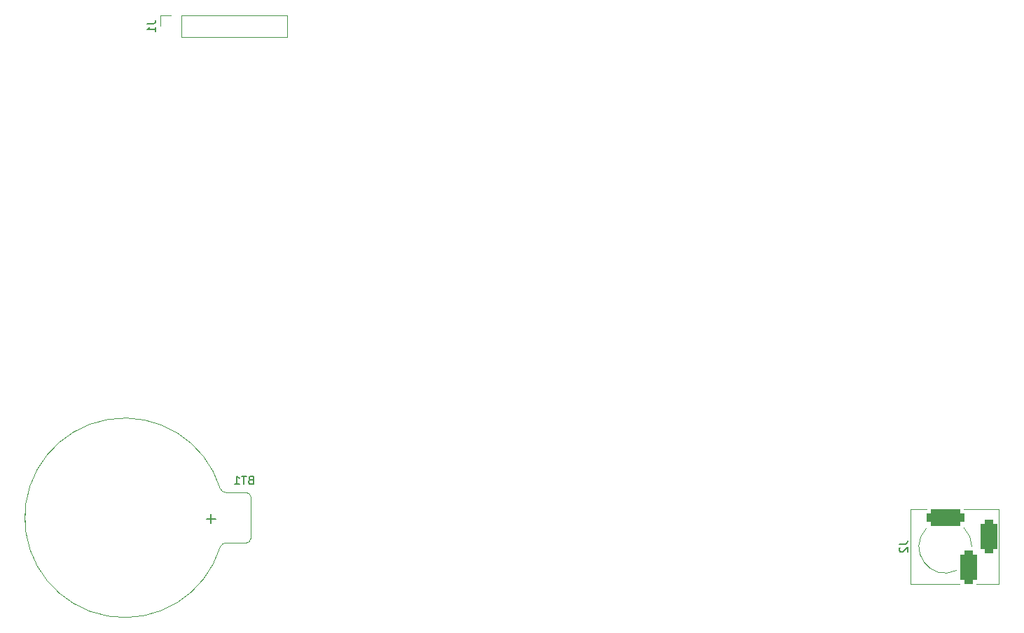
<source format=gbr>
%TF.GenerationSoftware,KiCad,Pcbnew,(6.0.5-0)*%
%TF.CreationDate,2022-07-20T20:00:40-04:00*%
%TF.ProjectId,raaid_clock_final,72616169-645f-4636-9c6f-636b5f66696e,rev?*%
%TF.SameCoordinates,PX4c4b400PY8a48640*%
%TF.FileFunction,Legend,Bot*%
%TF.FilePolarity,Positive*%
%FSLAX46Y46*%
G04 Gerber Fmt 4.6, Leading zero omitted, Abs format (unit mm)*
G04 Created by KiCad (PCBNEW (6.0.5-0)) date 2022-07-20 20:00:40*
%MOMM*%
%LPD*%
G01*
G04 APERTURE LIST*
G04 Aperture macros list*
%AMRoundRect*
0 Rectangle with rounded corners*
0 $1 Rounding radius*
0 $2 $3 $4 $5 $6 $7 $8 $9 X,Y pos of 4 corners*
0 Add a 4 corners polygon primitive as box body*
4,1,4,$2,$3,$4,$5,$6,$7,$8,$9,$2,$3,0*
0 Add four circle primitives for the rounded corners*
1,1,$1+$1,$2,$3*
1,1,$1+$1,$4,$5*
1,1,$1+$1,$6,$7*
1,1,$1+$1,$8,$9*
0 Add four rect primitives between the rounded corners*
20,1,$1+$1,$2,$3,$4,$5,0*
20,1,$1+$1,$4,$5,$6,$7,0*
20,1,$1+$1,$6,$7,$8,$9,0*
20,1,$1+$1,$8,$9,$2,$3,0*%
G04 Aperture macros list end*
%ADD10C,0.150000*%
%ADD11C,0.120000*%
%ADD12C,3.200000*%
%ADD13C,2.000000*%
%ADD14R,2.000000X2.000000*%
%ADD15R,1.700000X1.700000*%
%ADD16O,1.700000X1.700000*%
%ADD17R,1.600000X1.600000*%
%ADD18O,1.600000X1.600000*%
%ADD19R,1.400000X1.400000*%
%ADD20C,1.400000*%
%ADD21R,3.000000X3.000000*%
%ADD22C,3.000000*%
%ADD23RoundRect,0.500000X1.750000X0.500000X-1.750000X0.500000X-1.750000X-0.500000X1.750000X-0.500000X0*%
%ADD24RoundRect,0.500000X-0.500000X1.500000X-0.500000X-1.500000X0.500000X-1.500000X0.500000X1.500000X0*%
G04 APERTURE END LIST*
D10*
%TO.C,BT1*%
X37035714Y22571445D02*
X36892857Y22523826D01*
X36845238Y22476207D01*
X36797619Y22380969D01*
X36797619Y22238112D01*
X36845238Y22142874D01*
X36892857Y22095255D01*
X36988095Y22047636D01*
X37369047Y22047636D01*
X37369047Y23047636D01*
X37035714Y23047636D01*
X36940476Y23000016D01*
X36892857Y22952397D01*
X36845238Y22857159D01*
X36845238Y22761921D01*
X36892857Y22666683D01*
X36940476Y22619064D01*
X37035714Y22571445D01*
X37369047Y22571445D01*
X36511904Y23047636D02*
X35940476Y23047636D01*
X36226190Y22047636D02*
X36226190Y23047636D01*
X35083333Y22047636D02*
X35654761Y22047636D01*
X35369047Y22047636D02*
X35369047Y23047636D01*
X35464285Y22904778D01*
X35559523Y22809540D01*
X35654761Y22761921D01*
X32821428Y17892874D02*
X31678571Y17892874D01*
X32250000Y17321445D02*
X32250000Y18464302D01*
%TO.C,J2*%
X115452380Y14833334D02*
X116166666Y14833334D01*
X116309523Y14880953D01*
X116404761Y14976191D01*
X116452380Y15119048D01*
X116452380Y15214286D01*
X115547619Y14404762D02*
X115500000Y14357143D01*
X115452380Y14261905D01*
X115452380Y14023810D01*
X115500000Y13928572D01*
X115547619Y13880953D01*
X115642857Y13833334D01*
X115738095Y13833334D01*
X115880952Y13880953D01*
X116452380Y14452381D01*
X116452380Y13833334D01*
%TO.C,J1*%
X24542380Y77833334D02*
X25256666Y77833334D01*
X25399523Y77880953D01*
X25494761Y77976191D01*
X25542380Y78119048D01*
X25542380Y78214286D01*
X25542380Y76833334D02*
X25542380Y77404762D01*
X25542380Y77119048D02*
X24542380Y77119048D01*
X24685238Y77214286D01*
X24780476Y77309524D01*
X24828095Y77404762D01*
D11*
%TO.C,BT1*%
X37050000Y20500016D02*
X37050000Y15500016D01*
X36500000Y14950016D02*
X34050000Y14950016D01*
X34050000Y21050016D02*
X36500000Y21050016D01*
X9736557Y18516007D02*
G75*
G03*
X33350000Y14480016I12063443J-515991D01*
G01*
X33350000Y21520016D02*
G75*
G03*
X9736557Y17484025I-11550000J-3520000D01*
G01*
X37050000Y20500016D02*
G75*
G03*
X36500000Y21050016I-549999J1D01*
G01*
X34050000Y14950016D02*
G75*
G03*
X33345231Y14456531I0J-750000D01*
G01*
X36500000Y14950016D02*
G75*
G03*
X37050000Y15500016I1J549999D01*
G01*
X33345231Y21543501D02*
G75*
G03*
X34050000Y21050016I704769J256515D01*
G01*
%TO.C,J2*%
X116800000Y19000000D02*
X116800000Y10000000D01*
X116800000Y19000000D02*
X118750000Y19000000D01*
X127500000Y10000000D02*
X124750000Y10000000D01*
X116800000Y10000000D02*
X122750000Y10000000D01*
X127500000Y19000000D02*
X127500000Y10000000D01*
X127500000Y19000000D02*
X123250000Y19000000D01*
X118700000Y16700000D02*
G75*
G03*
X122383705Y11633755I2300000J-2200000D01*
G01*
X124200000Y14500000D02*
G75*
G03*
X123262742Y16762742I-3199997J2D01*
G01*
%TO.C,J1*%
X27420000Y78830000D02*
X26090000Y78830000D01*
X41450000Y78830000D02*
X41450000Y76170000D01*
X28690000Y78830000D02*
X41450000Y78830000D01*
X26090000Y78830000D02*
X26090000Y77500000D01*
X28690000Y78830000D02*
X28690000Y76170000D01*
X28690000Y76170000D02*
X41450000Y76170000D01*
%TD*%
%LPC*%
D12*
%TO.C,H4*%
X135000000Y5000000D03*
%TD*%
D13*
%TO.C,TP3*%
X12000000Y4000000D03*
%TD*%
%TO.C,TP11*%
X111000000Y85000000D03*
%TD*%
D14*
%TO.C,BZ1*%
X20000000Y42500000D03*
D13*
X25000000Y42500000D03*
%TD*%
%TO.C,TP8*%
X69000000Y60000000D03*
%TD*%
D15*
%TO.C,U4*%
X66190000Y64150000D03*
D16*
X68730000Y64150000D03*
X71270000Y64150000D03*
X73810000Y64150000D03*
%TD*%
D17*
%TO.C,U5*%
X11200000Y58700000D03*
D18*
X13740000Y58700000D03*
X16280000Y58700000D03*
X18820000Y58700000D03*
X18820000Y66320000D03*
X16280000Y66320000D03*
X13740000Y66320000D03*
X11200000Y66320000D03*
%TD*%
D13*
%TO.C,TP7*%
X38000000Y36000000D03*
%TD*%
%TO.C,TP1*%
X135000000Y63000000D03*
%TD*%
%TO.C,TP6*%
X63000000Y60000000D03*
%TD*%
%TO.C,TP9*%
X44000000Y65000000D03*
%TD*%
D17*
%TO.C,U1*%
X96000000Y63700000D03*
D18*
X98540000Y63700000D03*
X101080000Y63700000D03*
X103620000Y63700000D03*
X106160000Y63700000D03*
X108700000Y63700000D03*
X111240000Y63700000D03*
X113780000Y63700000D03*
X116320000Y63700000D03*
X118860000Y63700000D03*
X121400000Y63700000D03*
X123940000Y63700000D03*
X126480000Y63700000D03*
X129020000Y63700000D03*
X129020000Y71320000D03*
X126480000Y71320000D03*
X123940000Y71320000D03*
X121400000Y71320000D03*
X118860000Y71320000D03*
X116320000Y71320000D03*
X113780000Y71320000D03*
X111240000Y71320000D03*
X108700000Y71320000D03*
X106160000Y71320000D03*
X103620000Y71320000D03*
X101080000Y71320000D03*
X98540000Y71320000D03*
X96000000Y71320000D03*
%TD*%
D12*
%TO.C,H2*%
X135000000Y85000000D03*
%TD*%
%TO.C,H3*%
X5000000Y5000000D03*
%TD*%
%TO.C,H1*%
X5000000Y85000000D03*
%TD*%
D13*
%TO.C,TP10*%
X115000000Y85000000D03*
%TD*%
D17*
%TO.C,U3*%
X83975000Y30800000D03*
D18*
X81435000Y30800000D03*
X78895000Y30800000D03*
X76355000Y30800000D03*
X73815000Y30800000D03*
X71275000Y30800000D03*
X68735000Y30800000D03*
X66195000Y30800000D03*
X63655000Y30800000D03*
X61115000Y30800000D03*
X58575000Y30800000D03*
X56035000Y30800000D03*
X56035000Y23180000D03*
X58575000Y23180000D03*
X61115000Y23180000D03*
X63655000Y23180000D03*
X66195000Y23180000D03*
X68735000Y23180000D03*
X71275000Y23180000D03*
X73815000Y23180000D03*
X76355000Y23180000D03*
X78895000Y23180000D03*
X81435000Y23180000D03*
X83975000Y23180000D03*
%TD*%
D19*
%TO.C,DS1*%
X62380000Y36380000D03*
D20*
X64920000Y36380000D03*
X67460000Y36380000D03*
X70000000Y36380000D03*
X72540000Y36380000D03*
X75080000Y36380000D03*
X77620000Y36380000D03*
X77620000Y51620000D03*
X75080000Y51620000D03*
X72540000Y51620000D03*
X70000000Y51620000D03*
X67460000Y51620000D03*
X64920000Y51620000D03*
X62380000Y51620000D03*
%TD*%
D13*
%TO.C,TP4*%
X134000000Y77000000D03*
%TD*%
%TO.C,TP2*%
X135000000Y71000000D03*
%TD*%
D15*
%TO.C,J3*%
X125000000Y82540000D03*
D16*
X127540000Y82540000D03*
X125000000Y80000000D03*
X127540000Y80000000D03*
X125000000Y77460000D03*
X127540000Y77460000D03*
%TD*%
D13*
%TO.C,TP5*%
X128000000Y4000000D03*
%TD*%
D21*
%TO.C,BT1*%
X35000000Y18000016D03*
D22*
X14510000Y18000016D03*
%TD*%
D23*
%TO.C,J2*%
X121000000Y18000000D03*
D24*
X126300000Y15700000D03*
X123800000Y12000000D03*
%TD*%
D15*
%TO.C,J1*%
X27420000Y77500000D03*
D16*
X29960000Y77500000D03*
X32500000Y77500000D03*
X35040000Y77500000D03*
X37580000Y77500000D03*
X40120000Y77500000D03*
%TD*%
M02*

</source>
